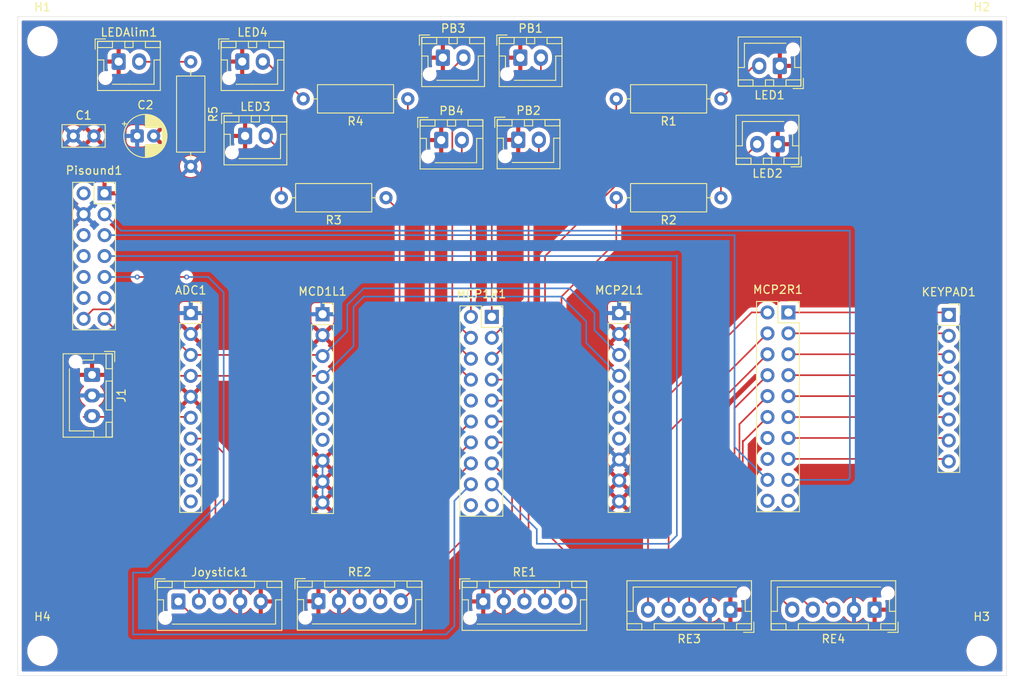
<source format=kicad_pcb>
(kicad_pcb (version 20241229) (generator "pcbnew") (generator_version "9.0")
  (title_block (title "Kleag's Effects Board") (date "2025-10-08") (rev "0"))
  (layers (0 "F.Cu" signal) (2 "B.Cu" signal) (13 "F.Paste" user) (15 "B.Paste" user) (5 "F.SilkS" user "F.Silkscreen") (7 "B.SilkS" user "B.Silkscreen") (1 "F.Mask" user) (3 "B.Mask" user) (25 "Edge.Cuts" user))
  (net 0 "")
  (net 1 "GND")
  (net 2 "Net-(ADC1-Pin_7)")
  (net 4 "+3.3V")
  (net 5 "Net-(ADC1-Pin_8)")
  (net 7 "/SCL")
  (net 8 "Net-(ADC1-Pin_6)")
  (net 9 "/SDA")
  (net 10 "Net-(Joystick1-Pin_1)")
  (net 11 "Net-(KEYPAD1-Pin_5)")
  (net 12 "Net-(KEYPAD1-Pin_3)")
  (net 13 "Net-(KEYPAD1-Pin_7)")
  (net 14 "Net-(KEYPAD1-Pin_6)")
  (net 15 "Net-(KEYPAD1-Pin_4)")
  (net 16 "Net-(KEYPAD1-Pin_1)")
  (net 17 "Net-(KEYPAD1-Pin_8)")
  (net 18 "Net-(KEYPAD1-Pin_2)")
  (net 19 "Net-(LED1-Pin_2)")
  (net 23 "Net-(MCP1R1-Pin_2)")
  (net 24 "Net-(MCP1R1-Pin_13)")
  (net 25 "Net-(MCP1R1-Pin_3)")
  (net 26 "Net-(MCP1R1-Pin_8)")
  (net 27 "Net-(MCP1R1-Pin_11)")
  (net 28 "Net-(MCP1R1-Pin_6)")
  (net 29 "Net-(MCP1R1-Pin_5)")
  (net 30 "Net-(MCP1R1-Pin_1)")
  (net 31 "Net-(MCP1R1-Pin_16)")
  (net 32 "Net-(MCP1R1-Pin_4)")
  (net 34 "Net-(MCP1R1-Pin_18)")
  (net 35 "Net-(MCP1R1-Pin_7)")
  (net 36 "Net-(MCP1R1-Pin_17)")
  (net 37 "Net-(MCP1R1-Pin_14)")
  (net 42 "Net-(MCP2R1-Pin_18)")
  (net 45 "Net-(MCP2R1-Pin_17)")
  (net 49 "/5V")
  (net 52 "Net-(LED2-Pin_2)")
  (net 53 "Net-(LED3-Pin_2)")
  (net 54 "Net-(LED4-Pin_2)")
  (net 55 "Net-(MCP2R1-Pin_4)")
  (net 56 "Net-(MCP2R1-Pin_10)")
  (net 57 "Net-(MCP2R1-Pin_8)")
  (net 60 "Net-(MCP2R1-Pin_12)")
  (net 61 "Net-(MCP2R1-Pin_2)")
  (net 62 "Net-(MCP2R1-Pin_6)")
  (net 63 "Net-(LEDAlim1-Pin_2)")
  (net 65 "Net-(MCP1R1-Pin_9)")
  (net 66 "Net-(MCP1R1-Pin_15)")
  (footprint "Connector_PinSocket_2.54mm:PinSocket_2x07_P2.54mm_Vertical" (layer "F.Cu") (at 52.54 53.46)
    (property "Reference" "Pisound1" (at -1.27 -2.77 0) (layer "F.SilkS"))
    (property "Value" "Conn_02x07_Odd_Even")
    (pad "1" thru_hole rect (at 0 0) (size 1.7 1.7) (drill 1) (layers "*.Cu" "*.Mask") (net 1 "GND"))
    (pad "2" thru_hole circle (at -2.54 0) (size 1.7 1.7) (drill 1) (layers "*.Cu" "*.Mask") (net 49 "/5V"))
    (pad "3" thru_hole circle (at 0 2.54) (size 1.7 1.7) (drill 1) (layers "*.Cu" "*.Mask") (net 45 "Net-(MCP2R1-Pin_17)"))
    (pad "4" thru_hole circle (at -2.54 2.54) (size 1.7 1.7) (drill 1) (layers "*.Cu" "*.Mask") (net 4 "+3.3V"))
    (pad "5" thru_hole circle (at 0 5.08) (size 1.7 1.7) (drill 1) (layers "*.Cu" "*.Mask") (net 42 "Net-(MCP2R1-Pin_18)"))
    (pad "6" thru_hole circle (at -2.54 5.08) (size 1.7 1.7) (drill 1) (layers "*.Cu" "*.Mask"))
    (pad "7" thru_hole circle (at 0 7.62) (size 1.7 1.7) (drill 1) (layers "*.Cu" "*.Mask") (net 36 "Net-(MCP1R1-Pin_17)"))
    (pad "8" thru_hole circle (at -2.54 7.62) (size 1.7 1.7) (drill 1) (layers "*.Cu" "*.Mask"))
    (pad "9" thru_hole circle (at 0 10.16) (size 1.7 1.7) (drill 1) (layers "*.Cu" "*.Mask") (net 34 "Net-(MCP1R1-Pin_18)"))
    (pad "10" thru_hole circle (at -2.54 10.16) (size 1.7 1.7) (drill 1) (layers "*.Cu" "*.Mask"))
    (pad "11" thru_hole circle (at 0 12.7) (size 1.7 1.7) (drill 1) (layers "*.Cu" "*.Mask"))
    (pad "12" thru_hole circle (at -2.54 12.7) (size 1.7 1.7) (drill 1) (layers "*.Cu" "*.Mask"))
    (pad "13" thru_hole circle (at 0 15.24) (size 1.7 1.7) (drill 1) (layers "*.Cu" "*.Mask") (net 9 "/SDA"))
    (pad "14" thru_hole circle (at -2.54 15.24) (size 1.7 1.7) (drill 1) (layers "*.Cu" "*.Mask") (net 7 "/SCL"))
  )
  (footprint "Connector_JST:JST_XH_B2B-XH-AM_1x02_P2.50mm_Vertical" (layer "F.Cu") (at 93.6 37)
    (property "Reference" "PB3" (at 1.25 -3.55 0) (layer "F.SilkS"))
    (property "Value" "Conn_01x02")
    (pad "" np_thru_hole circle (at -1.6 2) (size 1.2 1.2) (drill 1.2) (layers "*.Cu" "*.Mask"))
    (pad "1" thru_hole roundrect (at 0 0) (size 1.7 2) (drill 1) (layers "*.Cu" "*.Mask") (roundrect_rratio 0.147059) (net 1 "GND"))
    (pad "2" thru_hole oval (at 2.5 0) (size 1.7 2) (drill 1) (layers "*.Cu" "*.Mask") (net 32 "Net-(MCP1R1-Pin_4)"))
  )
  (footprint "Connector_PinSocket_2.54mm:PinSocket_2x10_P2.54mm_Vertical" (layer "F.Cu") (at 99.54 68.46)
    (property "Reference" "MCP1R1" (at -1.27 -2.77 0) (layer "F.SilkS"))
    (property "Value" "Conn_02x10_Odd_Even")
    (pad "1" thru_hole rect (at 0 0) (size 1.7 1.7) (drill 1) (layers "*.Cu" "*.Mask") (net 30 "Net-(MCP1R1-Pin_1)"))
    (pad "2" thru_hole circle (at -2.54 0) (size 1.7 1.7) (drill 1) (layers "*.Cu" "*.Mask") (net 23 "Net-(MCP1R1-Pin_2)"))
    (pad "3" thru_hole circle (at 0 2.54) (size 1.7 1.7) (drill 1) (layers "*.Cu" "*.Mask") (net 25 "Net-(MCP1R1-Pin_3)"))
    (pad "4" thru_hole circle (at -2.54 2.54) (size 1.7 1.7) (drill 1) (layers "*.Cu" "*.Mask") (net 32 "Net-(MCP1R1-Pin_4)"))
    (pad "5" thru_hole circle (at 0 5.08) (size 1.7 1.7) (drill 1) (layers "*.Cu" "*.Mask") (net 29 "Net-(MCP1R1-Pin_5)"))
    (pad "6" thru_hole circle (at -2.54 5.08) (size 1.7 1.7) (drill 1) (layers "*.Cu" "*.Mask") (net 28 "Net-(MCP1R1-Pin_6)"))
    (pad "7" thru_hole circle (at 0 7.62) (size 1.7 1.7) (drill 1) (layers "*.Cu" "*.Mask") (net 35 "Net-(MCP1R1-Pin_7)"))
    (pad "8" thru_hole circle (at -2.54 7.62) (size 1.7 1.7) (drill 1) (layers "*.Cu" "*.Mask") (net 26 "Net-(MCP1R1-Pin_8)"))
    (pad "9" thru_hole circle (at 0 10.16) (size 1.7 1.7) (drill 1) (layers "*.Cu" "*.Mask") (net 65 "Net-(MCP1R1-Pin_9)"))
    (pad "10" thru_hole circle (at -2.54 10.16) (size 1.7 1.7) (drill 1) (layers "*.Cu" "*.Mask"))
    (pad "11" thru_hole circle (at 0 12.7) (size 1.7 1.7) (drill 1) (layers "*.Cu" "*.Mask") (net 27 "Net-(MCP1R1-Pin_11)"))
    (pad "12" thru_hole circle (at -2.54 12.7) (size 1.7 1.7) (drill 1) (layers "*.Cu" "*.Mask") (net 10 "Net-(Joystick1-Pin_1)"))
    (pad "13" thru_hole circle (at 0 15.24) (size 1.7 1.7) (drill 1) (layers "*.Cu" "*.Mask") (net 24 "Net-(MCP1R1-Pin_13)"))
    (pad "14" thru_hole circle (at -2.54 15.24) (size 1.7 1.7) (drill 1) (layers "*.Cu" "*.Mask") (net 37 "Net-(MCP1R1-Pin_14)"))
    (pad "15" thru_hole circle (at 0 17.78) (size 1.7 1.7) (drill 1) (layers "*.Cu" "*.Mask") (net 66 "Net-(MCP1R1-Pin_15)"))
    (pad "16" thru_hole circle (at -2.54 17.78) (size 1.7 1.7) (drill 1) (layers "*.Cu" "*.Mask") (net 31 "Net-(MCP1R1-Pin_16)"))
    (pad "17" thru_hole circle (at 0 20.32) (size 1.7 1.7) (drill 1) (layers "*.Cu" "*.Mask") (net 36 "Net-(MCP1R1-Pin_17)"))
    (pad "18" thru_hole circle (at -2.54 20.32) (size 1.7 1.7) (drill 1) (layers "*.Cu" "*.Mask") (net 34 "Net-(MCP1R1-Pin_18)"))
    (pad "19" thru_hole circle (at 0 22.86) (size 1.7 1.7) (drill 1) (layers "*.Cu" "*.Mask"))
    (pad "20" thru_hole circle (at -2.54 22.86) (size 1.7 1.7) (drill 1) (layers "*.Cu" "*.Mask"))
  )
  (footprint "Resistor_THT:R_Axial_DIN0309_L9.0mm_D3.2mm_P12.70mm_Horizontal" (layer "F.Cu") (at 86.7 54 180)
    (property "Reference" "R3" (at 6.35 -2.72 180) (layer "F.SilkS"))
    (property "Value" "480")
    (pad "1" thru_hole circle (at 0 0 180) (size 1.6 1.6) (drill 0.8) (layers "*.Cu" "*.Mask") (net 26 "Net-(MCP1R1-Pin_8)"))
    (pad "2" thru_hole circle (at 12.7 0 180) (size 1.6 1.6) (drill 0.8) (layers "*.Cu" "*.Mask") (net 53 "Net-(LED3-Pin_2)"))
  )
  (footprint "Connector_PinSocket_2.54mm:PinSocket_1x10_P2.54mm_Vertical" (layer "F.Cu") (at 115 68)
    (property "Reference" "MCP2L1" (at 0 -2.77 0) (layer "F.SilkS"))
    (property "Value" "Conn_01x10")
    (pad "1" thru_hole rect (at 0 0) (size 1.7 1.7) (drill 1) (layers "*.Cu" "*.Mask") (net 4 "+3.3V"))
    (pad "2" thru_hole circle (at 0 2.54) (size 1.7 1.7) (drill 1) (layers "*.Cu" "*.Mask") (net 1 "GND"))
    (pad "3" thru_hole circle (at 0 5.08) (size 1.7 1.7) (drill 1) (layers "*.Cu" "*.Mask") (net 7 "/SCL"))
    (pad "4" thru_hole circle (at 0 7.62) (size 1.7 1.7) (drill 1) (layers "*.Cu" "*.Mask") (net 9 "/SDA"))
    (pad "5" thru_hole circle (at 0 10.16) (size 1.7 1.7) (drill 1) (layers "*.Cu" "*.Mask"))
    (pad "6" thru_hole circle (at 0 12.7) (size 1.7 1.7) (drill 1) (layers "*.Cu" "*.Mask"))
    (pad "7" thru_hole circle (at 0 15.24) (size 1.7 1.7) (drill 1) (layers "*.Cu" "*.Mask"))
    (pad "8" thru_hole circle (at 0 17.78) (size 1.7 1.7) (drill 1) (layers "*.Cu" "*.Mask") (net 4 "+3.3V"))
    (pad "9" thru_hole circle (at 0 20.32) (size 1.7 1.7) (drill 1) (layers "*.Cu" "*.Mask") (net 1 "GND"))
    (pad "10" thru_hole circle (at 0 22.86) (size 1.7 1.7) (drill 1) (layers "*.Cu" "*.Mask") (net 1 "GND"))
  )
  (footprint "MountingHole:MountingHole_3.2mm_M3" (layer "F.Cu") (at 45 35)
    (property "Reference" "H1" (at 0 -4.15 0) (layer "F.SilkS"))
    (property "Value" "MountingHole")
    (pad "" np_thru_hole circle (at 0 0) (size 3.2 3.2) (drill 3.2) (layers "*.Cu" "*.Mask"))
  )
  (footprint "Connector_JST:JST_XH_B5B-XH-AM_1x05_P2.50mm_Vertical" (layer "F.Cu") (at 128.5 104 180)
    (property "Reference" "RE3" (at 5 -3.55 180) (layer "F.SilkS"))
    (property "Value" "Conn_01x05")
    (pad "" np_thru_hole circle (at -1.6 2 180) (size 1.2 1.2) (drill 1.2) (layers "*.Cu" "*.Mask"))
    (pad "1" thru_hole roundrect (at 0 0 180) (size 1.7 1.95) (drill 0.95) (layers "*.Cu" "*.Mask") (roundrect_rratio 0.147059) (net 1 "GND"))
    (pad "2" thru_hole oval (at 2.5 0 180) (size 1.7 1.95) (drill 0.95) (layers "*.Cu" "*.Mask") (net 4 "+3.3V"))
    (pad "3" thru_hole oval (at 5 0 180) (size 1.7 1.95) (drill 0.95) (layers "*.Cu" "*.Mask") (net 62 "Net-(MCP2R1-Pin_6)"))
    (pad "4" thru_hole oval (at 7.5 0 180) (size 1.7 1.95) (drill 0.95) (layers "*.Cu" "*.Mask") (net 55 "Net-(MCP2R1-Pin_4)"))
    (pad "5" thru_hole oval (at 10 0 180) (size 1.7 1.95) (drill 0.95) (layers "*.Cu" "*.Mask") (net 61 "Net-(MCP2R1-Pin_2)"))
  )
  (footprint "MountingHole:MountingHole_3.2mm_M3" (layer "F.Cu") (at 45 109)
    (property "Reference" "H4" (at 0 -4.15 0) (layer "F.SilkS"))
    (property "Value" "MountingHole")
    (pad "" np_thru_hole circle (at 0 0) (size 3.2 3.2) (drill 3.2) (layers "*.Cu" "*.Mask"))
  )
  (footprint "MountingHole:MountingHole_3.2mm_M3" (layer "F.Cu") (at 159 35)
    (property "Reference" "H2" (at 0 -4.15 0) (layer "F.SilkS"))
    (property "Value" "MountingHole")
    (pad "" np_thru_hole circle (at 0 0) (size 3.2 3.2) (drill 3.2) (layers "*.Cu" "*.Mask"))
  )
  (footprint "Connector_PinSocket_2.54mm:PinSocket_1x10_P2.54mm_Vertical" (layer "F.Cu") (at 79 68.14)
    (property "Reference" "MCD1L1" (at 0 -2.77 0) (layer "F.SilkS"))
    (property "Value" "Conn_01x10")
    (pad "1" thru_hole rect (at 0 0) (size 1.7 1.7) (drill 1) (layers "*.Cu" "*.Mask") (net 4 "+3.3V"))
    (pad "2" thru_hole circle (at 0 2.54) (size 1.7 1.7) (drill 1) (layers "*.Cu" "*.Mask") (net 1 "GND"))
    (pad "3" thru_hole circle (at 0 5.08) (size 1.7 1.7) (drill 1) (layers "*.Cu" "*.Mask") (net 7 "/SCL"))
    (pad "4" thru_hole circle (at 0 7.62) (size 1.7 1.7) (drill 1) (layers "*.Cu" "*.Mask") (net 9 "/SDA"))
    (pad "5" thru_hole circle (at 0 10.16) (size 1.7 1.7) (drill 1) (layers "*.Cu" "*.Mask"))
    (pad "6" thru_hole circle (at 0 12.7) (size 1.7 1.7) (drill 1) (layers "*.Cu" "*.Mask"))
    (pad "7" thru_hole circle (at 0 15.24) (size 1.7 1.7) (drill 1) (layers "*.Cu" "*.Mask"))
    (pad "8" thru_hole circle (at 0 17.78) (size 1.7 1.7) (drill 1) (layers "*.Cu" "*.Mask") (net 1 "GND"))
    (pad "9" thru_hole circle (at 0 20.32) (size 1.7 1.7) (drill 1) (layers "*.Cu" "*.Mask") (net 1 "GND"))
    (pad "10" thru_hole circle (at 0 22.86) (size 1.7 1.7) (drill 1) (layers "*.Cu" "*.Mask") (net 1 "GND"))
  )
  (footprint "Resistor_THT:R_Axial_DIN0309_L9.0mm_D3.2mm_P12.70mm_Horizontal" (layer "F.Cu") (at 89.35 42 180)
    (property "Reference" "R4" (at 6.35 -2.72 180) (layer "F.SilkS"))
    (property "Value" "480")
    (pad "1" thru_hole circle (at 0 0 180) (size 1.6 1.6) (drill 0.8) (layers "*.Cu" "*.Mask") (net 28 "Net-(MCP1R1-Pin_6)"))
    (pad "2" thru_hole circle (at 12.7 0 180) (size 1.6 1.6) (drill 0.8) (layers "*.Cu" "*.Mask") (net 54 "Net-(LED4-Pin_2)"))
  )
  (footprint "Connector_PinSocket_2.54mm:PinSocket_1x10_P2.54mm_Vertical" (layer "F.Cu") (at 63 68)
    (property "Reference" "ADC1" (at 0 -2.77 0) (layer "F.SilkS"))
    (property "Value" "Conn_01x10")
    (pad "1" thru_hole rect (at 0 0) (size 1.7 1.7) (drill 1) (layers "*.Cu" "*.Mask") (net 4 "+3.3V"))
    (pad "2" thru_hole circle (at 0 2.54) (size 1.7 1.7) (drill 1) (layers "*.Cu" "*.Mask") (net 1 "GND"))
    (pad "3" thru_hole circle (at 0 5.08) (size 1.7 1.7) (drill 1) (layers "*.Cu" "*.Mask") (net 7 "/SCL"))
    (pad "4" thru_hole circle (at 0 7.62) (size 1.7 1.7) (drill 1) (layers "*.Cu" "*.Mask") (net 9 "/SDA"))
    (pad "5" thru_hole circle (at 0 10.16) (size 1.7 1.7) (drill 1) (layers "*.Cu" "*.Mask") (net 1 "GND"))
    (pad "6" thru_hole circle (at 0 12.7) (size 1.7 1.7) (drill 1) (layers "*.Cu" "*.Mask") (net 8 "Net-(ADC1-Pin_6)"))
    (pad "7" thru_hole circle (at 0 15.24) (size 1.7 1.7) (drill 1) (layers "*.Cu" "*.Mask") (net 2 "Net-(ADC1-Pin_7)"))
    (pad "8" thru_hole circle (at 0 17.78) (size 1.7 1.7) (drill 1) (layers "*.Cu" "*.Mask") (net 5 "Net-(ADC1-Pin_8)"))
    (pad "9" thru_hole circle (at 0 20.32) (size 1.7 1.7) (drill 1) (layers "*.Cu" "*.Mask"))
    (pad "10" thru_hole circle (at 0 22.86) (size 1.7 1.7) (drill 1) (layers "*.Cu" "*.Mask"))
  )
  (footprint "Connector_JST:JST_XH_B5B-XH-AM_1x05_P2.50mm_Vertical" (layer "F.Cu") (at 146 104 180)
    (property "Reference" "RE4" (at 5 -3.55 180) (layer "F.SilkS"))
    (property "Value" "Conn_01x05")
    (pad "" np_thru_hole circle (at -1.6 2 180) (size 1.2 1.2) (drill 1.2) (layers "*.Cu" "*.Mask"))
    (pad "1" thru_hole roundrect (at 0 0 180) (size 1.7 1.95) (drill 0.95) (layers "*.Cu" "*.Mask") (roundrect_rratio 0.147059) (net 1 "GND"))
    (pad "2" thru_hole oval (at 2.5 0 180) (size 1.7 1.95) (drill 0.95) (layers "*.Cu" "*.Mask") (net 4 "+3.3V"))
    (pad "3" thru_hole oval (at 5 0 180) (size 1.7 1.95) (drill 0.95) (layers "*.Cu" "*.Mask") (net 60 "Net-(MCP2R1-Pin_12)"))
    (pad "4" thru_hole oval (at 7.5 0 180) (size 1.7 1.95) (drill 0.95) (layers "*.Cu" "*.Mask") (net 56 "Net-(MCP2R1-Pin_10)"))
    (pad "5" thru_hole oval (at 10 0 180) (size 1.7 1.95) (drill 0.95) (layers "*.Cu" "*.Mask") (net 57 "Net-(MCP2R1-Pin_8)"))
  )
  (footprint "MountingHole:MountingHole_3.2mm_M3" (layer "F.Cu") (at 159 109)
    (property "Reference" "H3" (at 0 -4.15 0) (layer "F.SilkS"))
    (property "Value" "MountingHole")
    (pad "" np_thru_hole circle (at 0 0) (size 3.2 3.2) (drill 3.2) (layers "*.Cu" "*.Mask"))
  )
  (footprint "Connector_JST:JST_XH_B5B-XH-AM_1x05_P2.50mm_Vertical" (layer "F.Cu") (at 98.5 103)
    (property "Reference" "RE1" (at 5 -3.55 0) (layer "F.SilkS"))
    (property "Value" "Conn_01x05")
    (pad "" np_thru_hole circle (at -1.6 2) (size 1.2 1.2) (drill 1.2) (layers "*.Cu" "*.Mask"))
    (pad "1" thru_hole roundrect (at 0 0) (size 1.7 1.95) (drill 0.95) (layers "*.Cu" "*.Mask") (roundrect_rratio 0.147059) (net 1 "GND"))
    (pad "2" thru_hole oval (at 2.5 0) (size 1.7 1.95) (drill 0.95) (layers "*.Cu" "*.Mask") (net 4 "+3.3V"))
    (pad "3" thru_hole oval (at 5 0) (size 1.7 1.95) (drill 0.95) (layers "*.Cu" "*.Mask") (net 24 "Net-(MCP1R1-Pin_13)"))
    (pad "4" thru_hole oval (at 7.5 0) (size 1.7 1.95) (drill 0.95) (layers "*.Cu" "*.Mask") (net 27 "Net-(MCP1R1-Pin_11)"))
    (pad "5" thru_hole oval (at 10 0) (size 1.7 1.95) (drill 0.95) (layers "*.Cu" "*.Mask") (net 65 "Net-(MCP1R1-Pin_9)"))
  )
  (footprint "Connector_PinSocket_2.54mm:PinSocket_2x10_P2.54mm_Vertical" (layer "F.Cu") (at 135.54 67.92)
    (property "Reference" "MCP2R1" (at -1.27 -2.77 0) (layer "F.SilkS"))
    (property "Value" "Conn_02x10_Odd_Even")
    (pad "1" thru_hole rect (at 0 0) (size 1.7 1.7) (drill 1) (layers "*.Cu" "*.Mask") (net 16 "Net-(KEYPAD1-Pin_1)"))
    (pad "2" thru_hole circle (at -2.54 0) (size 1.7 1.7) (drill 1) (layers "*.Cu" "*.Mask") (net 61 "Net-(MCP2R1-Pin_2)"))
    (pad "3" thru_hole circle (at 0 2.54) (size 1.7 1.7) (drill 1) (layers "*.Cu" "*.Mask") (net 18 "Net-(KEYPAD1-Pin_2)"))
    (pad "4" thru_hole circle (at -2.54 2.54) (size 1.7 1.7) (drill 1) (layers "*.Cu" "*.Mask") (net 55 "Net-(MCP2R1-Pin_4)"))
    (pad "5" thru_hole circle (at 0 5.08) (size 1.7 1.7) (drill 1) (layers "*.Cu" "*.Mask") (net 12 "Net-(KEYPAD1-Pin_3)"))
    (pad "6" thru_hole circle (at -2.54 5.08) (size 1.7 1.7) (drill 1) (layers "*.Cu" "*.Mask") (net 62 "Net-(MCP2R1-Pin_6)"))
    (pad "7" thru_hole circle (at 0 7.62) (size 1.7 1.7) (drill 1) (layers "*.Cu" "*.Mask") (net 15 "Net-(KEYPAD1-Pin_4)"))
    (pad "8" thru_hole circle (at -2.54 7.62) (size 1.7 1.7) (drill 1) (layers "*.Cu" "*.Mask") (net 57 "Net-(MCP2R1-Pin_8)"))
    (pad "9" thru_hole circle (at 0 10.16) (size 1.7 1.7) (drill 1) (layers "*.Cu" "*.Mask") (net 11 "Net-(KEYPAD1-Pin_5)"))
    (pad "10" thru_hole circle (at -2.54 10.16) (size 1.7 1.7) (drill 1) (layers "*.Cu" "*.Mask") (net 56 "Net-(MCP2R1-Pin_10)"))
    (pad "11" thru_hole circle (at 0 12.7) (size 1.7 1.7) (drill 1) (layers "*.Cu" "*.Mask") (net 14 "Net-(KEYPAD1-Pin_6)"))
    (pad "12" thru_hole circle (at -2.54 12.7) (size 1.7 1.7) (drill 1) (layers "*.Cu" "*.Mask") (net 60 "Net-(MCP2R1-Pin_12)"))
    (pad "13" thru_hole circle (at 0 15.24) (size 1.7 1.7) (drill 1) (layers "*.Cu" "*.Mask") (net 13 "Net-(KEYPAD1-Pin_7)"))
    (pad "14" thru_hole circle (at -2.54 15.24) (size 1.7 1.7) (drill 1) (layers "*.Cu" "*.Mask"))
    (pad "15" thru_hole circle (at 0 17.78) (size 1.7 1.7) (drill 1) (layers "*.Cu" "*.Mask") (net 17 "Net-(KEYPAD1-Pin_8)"))
    (pad "16" thru_hole circle (at -2.54 17.78) (size 1.7 1.7) (drill 1) (layers "*.Cu" "*.Mask"))
    (pad "17" thru_hole circle (at 0 20.32) (size 1.7 1.7) (drill 1) (layers "*.Cu" "*.Mask") (net 45 "Net-(MCP2R1-Pin_17)"))
    (pad "18" thru_hole circle (at -2.54 20.32) (size 1.7 1.7) (drill 1) (layers "*.Cu" "*.Mask") (net 42 "Net-(MCP2R1-Pin_18)"))
    (pad "19" thru_hole circle (at 0 22.86) (size 1.7 1.7) (drill 1) (layers "*.Cu" "*.Mask"))
    (pad "20" thru_hole circle (at -2.54 22.86) (size 1.7 1.7) (drill 1) (layers "*.Cu" "*.Mask"))
  )
  (footprint "Connector_JST:JST_XH_B2B-XH-AM_1x02_P2.50mm_Vertical" (layer "F.Cu") (at 102.75 46.975)
    (property "Reference" "PB2" (at 1.25 -3.55 0) (layer "F.SilkS"))
    (property "Value" "Conn_01x02")
    (pad "" np_thru_hole circle (at -1.6 2) (size 1.2 1.2) (drill 1.2) (layers "*.Cu" "*.Mask"))
    (pad "1" thru_hole roundrect (at 0 0) (size 1.7 2) (drill 1) (layers "*.Cu" "*.Mask") (roundrect_rratio 0.147059) (net 1 "GND"))
    (pad "2" thru_hole oval (at 2.5 0) (size 1.7 2) (drill 1) (layers "*.Cu" "*.Mask") (net 25 "Net-(MCP1R1-Pin_3)"))
  )
  (footprint "Connector_JST:JST_XH_B2B-XH-AM_1x02_P2.50mm_Vertical" (layer "F.Cu") (at 69.25 37.475)
    (property "Reference" "LED4" (at 1.25 -3.55 0) (layer "F.SilkS"))
    (property "Value" "Conn_01x02")
    (pad "" np_thru_hole circle (at -1.6 2) (size 1.2 1.2) (drill 1.2) (layers "*.Cu" "*.Mask"))
    (pad "1" thru_hole roundrect (at 0 0) (size 1.7 2) (drill 1) (layers "*.Cu" "*.Mask") (roundrect_rratio 0.147059) (net 1 "GND"))
    (pad "2" thru_hole oval (at 2.5 0) (size 1.7 2) (drill 1) (layers "*.Cu" "*.Mask") (net 54 "Net-(LED4-Pin_2)"))
  )
  (footprint "Connector_JST:JST_XH_B2B-XH-AM_1x02_P2.50mm_Vertical" (layer "F.Cu") (at 69.6 46.5)
    (property "Reference" "LED3" (at 1.25 -3.55 0) (layer "F.SilkS"))
    (property "Value" "Conn_01x02")
    (pad "" np_thru_hole circle (at -1.6 2) (size 1.2 1.2) (drill 1.2) (layers "*.Cu" "*.Mask"))
    (pad "1" thru_hole roundrect (at 0 0) (size 1.7 2) (drill 1) (layers "*.Cu" "*.Mask") (roundrect_rratio 0.147059) (net 1 "GND"))
    (pad "2" thru_hole oval (at 2.5 0) (size 1.7 2) (drill 1) (layers "*.Cu" "*.Mask") (net 53 "Net-(LED3-Pin_2)"))
  )
  (footprint "Connector_JST:JST_XH_B2B-XH-AM_1x02_P2.50mm_Vertical" (layer "F.Cu") (at 103 37)
    (property "Reference" "PB1" (at 1.25 -3.55 0) (layer "F.SilkS"))
    (property "Value" "Conn_01x02")
    (pad "" np_thru_hole circle (at -1.6 2) (size 1.2 1.2) (drill 1.2) (layers "*.Cu" "*.Mask"))
    (pad "1" thru_hole roundrect (at 0 0) (size 1.7 2) (drill 1) (layers "*.Cu" "*.Mask") (roundrect_rratio 0.147059) (net 1 "GND"))
    (pad "2" thru_hole oval (at 2.5 0) (size 1.7 2) (drill 1) (layers "*.Cu" "*.Mask") (net 30 "Net-(MCP1R1-Pin_1)"))
  )
  (footprint "Resistor_THT:R_Axial_DIN0309_L9.0mm_D3.2mm_P12.70mm_Horizontal" (layer "F.Cu") (at 127.35 54 180)
    (property "Reference" "R2" (at 6.35 -2.72 180) (layer "F.SilkS"))
    (property "Value" "480")
    (pad "1" thru_hole circle (at 0 0 180) (size 1.6 1.6) (drill 0.8) (layers "*.Cu" "*.Mask") (net 52 "Net-(LED2-Pin_2)"))
    (pad "2" thru_hole circle (at 12.7 0 180) (size 1.6 1.6) (drill 0.8) (layers "*.Cu" "*.Mask") (net 35 "Net-(MCP1R1-Pin_7)"))
  )
  (footprint "Capacitor_THT:C_Disc_D5.0mm_W2.5mm_P2.50mm" (layer "F.Cu") (at 48.75 46.5)
    (property "Reference" "C1" (at 1.25 -2.5 0) (layer "F.SilkS"))
    (property "Value" "C")
    (pad "1" thru_hole circle (at 0 0) (size 1.6 1.6) (drill 0.8) (layers "*.Cu" "*.Mask") (net 4 "+3.3V"))
    (pad "2" thru_hole circle (at 2.5 0) (size 1.6 1.6) (drill 0.8) (layers "*.Cu" "*.Mask") (net 1 "GND"))
  )
  (footprint "Resistor_THT:R_Axial_DIN0309_L9.0mm_D3.2mm_P12.70mm_Horizontal" (layer "F.Cu") (at 63 37.5 -90)
    (property "Reference" "R5" (at 6.35 -2.72 270) (layer "F.SilkS"))
    (property "Value" "480")
    (pad "1" thru_hole circle (at 0 0 270) (size 1.6 1.6) (drill 0.8) (layers "*.Cu" "*.Mask") (net 63 "Net-(LEDAlim1-Pin_2)"))
    (pad "2" thru_hole circle (at 12.7 0 270) (size 1.6 1.6) (drill 0.8) (layers "*.Cu" "*.Mask") (net 4 "+3.3V"))
  )
  (footprint "Capacitor_THT:CP_Radial_D5.0mm_P2.00mm" (layer "F.Cu") (at 56.5 46.5)
    (property "Reference" "C2" (at 1 -3.75 0) (layer "F.SilkS"))
    (property "Value" "C_Polarized")
    (pad "1" thru_hole roundrect (at 0 0) (size 1.6 1.6) (drill 0.8) (layers "*.Cu" "*.Mask") (roundrect_rratio 0.15625) (net 4 "+3.3V"))
    (pad "2" thru_hole circle (at 2 0) (size 1.6 1.6) (drill 0.8) (layers "*.Cu" "*.Mask") (net 1 "GND"))
  )
  (footprint "Connector_PinSocket_2.54mm:PinSocket_1x08_P2.54mm_Vertical" (layer "F.Cu") (at 155 68.22)
    (property "Reference" "KEYPAD1" (at 0 -2.77 0) (layer "F.SilkS"))
    (property "Value" "Conn_01x08")
    (pad "1" thru_hole rect (at 0 0) (size 1.7 1.7) (drill 1) (layers "*.Cu" "*.Mask") (net 16 "Net-(KEYPAD1-Pin_1)"))
    (pad "2" thru_hole circle (at 0 2.54) (size 1.7 1.7) (drill 1) (layers "*.Cu" "*.Mask") (net 18 "Net-(KEYPAD1-Pin_2)"))
    (pad "3" thru_hole circle (at 0 5.08) (size 1.7 1.7) (drill 1) (layers "*.Cu" "*.Mask") (net 12 "Net-(KEYPAD1-Pin_3)"))
    (pad "4" thru_hole circle (at 0 7.62) (size 1.7 1.7) (drill 1) (layers "*.Cu" "*.Mask") (net 15 "Net-(KEYPAD1-Pin_4)"))
    (pad "5" thru_hole circle (at 0 10.16) (size 1.7 1.7) (drill 1) (layers "*.Cu" "*.Mask") (net 11 "Net-(KEYPAD1-Pin_5)"))
    (pad "6" thru_hole circle (at 0 12.7) (size 1.7 1.7) (drill 1) (layers "*.Cu" "*.Mask") (net 14 "Net-(KEYPAD1-Pin_6)"))
    (pad "7" thru_hole circle (at 0 15.24) (size 1.7 1.7) (drill 1) (layers "*.Cu" "*.Mask") (net 13 "Net-(KEYPAD1-Pin_7)"))
    (pad "8" thru_hole circle (at 0 17.78) (size 1.7 1.7) (drill 1) (layers "*.Cu" "*.Mask") (net 17 "Net-(KEYPAD1-Pin_8)"))
  )
  (footprint "Connector_JST:JST_XH_B3B-XH-AM_1x03_P2.50mm_Vertical" (layer "F.Cu") (at 51.025 75.5 -90)
    (property "Reference" "J1" (at 2.5 -3.55 270) (layer "F.SilkS"))
    (property "Value" "Wha1")
    (pad "" np_thru_hole circle (at -1.6 2 270) (size 1.2 1.2) (drill 1.2) (layers "*.Cu" "*.Mask"))
    (pad "1" thru_hole roundrect (at 0 0 270) (size 1.7 1.95) (drill 0.95) (layers "*.Cu" "*.Mask") (roundrect_rratio 0.147059) (net 1 "GND"))
    (pad "2" thru_hole oval (at 2.5 0 270) (size 1.7 1.95) (drill 0.95) (layers "*.Cu" "*.Mask") (net 4 "+3.3V"))
    (pad "3" thru_hole oval (at 5 0 270) (size 1.7 1.95) (drill 0.95) (layers "*.Cu" "*.Mask") (net 8 "Net-(ADC1-Pin_6)"))
  )
  (footprint "Connector_JST:JST_XH_B5B-XH-AM_1x05_P2.50mm_Vertical" (layer "F.Cu") (at 61.5 103)
    (property "Reference" "Joystick1" (at 5 -3.55 0) (layer "F.SilkS"))
    (property "Value" "Conn_01x05")
    (pad "" np_thru_hole circle (at -1.6 2) (size 1.2 1.2) (drill 1.2) (layers "*.Cu" "*.Mask"))
    (pad "1" thru_hole roundrect (at 0 0) (size 1.7 1.95) (drill 0.95) (layers "*.Cu" "*.Mask") (roundrect_rratio 0.147059) (net 10 "Net-(Joystick1-Pin_1)"))
    (pad "2" thru_hole oval (at 2.5 0) (size 1.7 1.95) (drill 0.95) (layers "*.Cu" "*.Mask") (net 5 "Net-(ADC1-Pin_8)"))
    (pad "3" thru_hole oval (at 5 0) (size 1.7 1.95) (drill 0.95) (layers "*.Cu" "*.Mask") (net 2 "Net-(ADC1-Pin_7)"))
    (pad "4" thru_hole oval (at 7.5 0) (size 1.7 1.95) (drill 0.95) (layers "*.Cu" "*.Mask") (net 4 "+3.3V"))
    (pad "5" thru_hole oval (at 10 0) (size 1.7 1.95) (drill 0.95) (layers "*.Cu" "*.Mask") (net 1 "GND"))
  )
  (footprint "Connector_JST:JST_XH_B2B-XH-AM_1x02_P2.50mm_Vertical" (layer "F.Cu") (at 134.25 47.5 180)
    (property "Reference" "LED2" (at 1.25 -3.55 180) (layer "F.SilkS"))
    (property "Value" "Conn_01x02")
    (pad "" np_thru_hole circle (at -1.6 2 180) (size 1.2 1.2) (drill 1.2) (layers "*.Cu" "*.Mask"))
    (pad "1" thru_hole roundrect (at 0 0 180) (size 1.7 2) (drill 1) (layers "*.Cu" "*.Mask") (roundrect_rratio 0.147059) (net 1 "GND"))
    (pad "2" thru_hole oval (at 2.5 0 180) (size 1.7 2) (drill 1) (layers "*.Cu" "*.Mask") (net 52 "Net-(LED2-Pin_2)"))
  )
  (footprint "Connector_JST:JST_XH_B2B-XH-AM_1x02_P2.50mm_Vertical" (layer "F.Cu") (at 93.4 47)
    (property "Reference" "PB4" (at 1.25 -3.55 0) (layer "F.SilkS"))
    (property "Value" "Conn_01x02")
    (pad "" np_thru_hole circle (at -1.6 2) (size 1.2 1.2) (drill 1.2) (layers "*.Cu" "*.Mask"))
    (pad "1" thru_hole roundrect (at 0 0) (size 1.7 2) (drill 1) (layers "*.Cu" "*.Mask") (roundrect_rratio 0.147059) (net 1 "GND"))
    (pad "2" thru_hole oval (at 2.5 0) (size 1.7 2) (drill 1) (layers "*.Cu" "*.Mask") (net 23 "Net-(MCP1R1-Pin_2)"))
  )
  (footprint "Resistor_THT:R_Axial_DIN0309_L9.0mm_D3.2mm_P12.70mm_Horizontal" (layer "F.Cu") (at 127.35 42 180)
    (property "Reference" "R1" (at 6.35 -2.72 180) (layer "F.SilkS"))
    (property "Value" "480")
    (pad "1" thru_hole circle (at 0 0 180) (size 1.6 1.6) (drill 0.8) (layers "*.Cu" "*.Mask") (net 19 "Net-(LED1-Pin_2)"))
    (pad "2" thru_hole circle (at 12.7 0 180) (size 1.6 1.6) (drill 0.8) (layers "*.Cu" "*.Mask") (net 29 "Net-(MCP1R1-Pin_5)"))
  )
  (footprint "Connector_JST:JST_XH_B2B-XH-AM_1x02_P2.50mm_Vertical" (layer "F.Cu") (at 134.5 38 180)
    (property "Reference" "LED1" (at 1.25 -3.55 180) (layer "F.SilkS"))
    (property "Value" "Conn_01x02")
    (pad "" np_thru_hole circle (at -1.6 2 180) (size 1.2 1.2) (drill 1.2) (layers "*.Cu" "*.Mask"))
    (pad "1" thru_hole roundrect (at 0 0 180) (size 1.7 2) (drill 1) (layers "*.Cu" "*.Mask") (roundrect_rratio 0.147059) (net 1 "GND"))
    (pad "2" thru_hole oval (at 2.5 0 180) (size 1.7 2) (drill 1) (layers "*.Cu" "*.Mask") (net 19 "Net-(LED1-Pin_2)"))
  )
  (footprint "Connector_JST:JST_XH_B2B-XH-AM_1x02_P2.50mm_Vertical" (layer "F.Cu") (at 54.25 37.475)
    (property "Reference" "LEDAlim1" (at 1.25 -3.55 0) (layer "F.SilkS"))
    (property "Value" "Conn_01x02")
    (pad "" np_thru_hole circle (at -1.6 2) (size 1.2 1.2) (drill 1.2) (layers "*.Cu" "*.Mask"))
    (pad "1" thru_hole roundrect (at 0 0) (size 1.7 2) (drill 1) (layers "*.Cu" "*.Mask") (roundrect_rratio 0.147059) (net 1 "GND"))
    (pad "2" thru_hole oval (at 2.5 0) (size 1.7 2) (drill 1) (layers "*.Cu" "*.Mask") (net 63 "Net-(LEDAlim1-Pin_2)"))
  )
  (footprint "Connector_JST:JST_XH_B5B-XH-AM_1x05_P2.50mm_Vertical" (layer "F.Cu") (at 78.5 102.975)
    (property "Reference" "RE2" (at 5 -3.55 0) (layer "F.SilkS"))
    (property "Value" "Conn_01x05")
    (pad "" np_thru_hole circle (at -1.6 2) (size 1.2 1.2) (drill 1.2) (layers "*.Cu" "*.Mask"))
    (pad "1" thru_hole roundrect (at 0 0) (size 1.7 1.95) (drill 0.95) (layers "*.Cu" "*.Mask") (roundrect_rratio 0.147059) (net 1 "GND"))
    (pad "2" thru_hole oval (at 2.5 0) (size 1.7 1.95) (drill 0.95) (layers "*.Cu" "*.Mask") (net 4 "+3.3V"))
    (pad "3" thru_hole oval (at 5 0) (size 1.7 1.95) (drill 0.95) (layers "*.Cu" "*.Mask") (net 37 "Net-(MCP1R1-Pin_14)"))
    (pad "4" thru_hole oval (at 7.5 0) (size 1.7 1.95) (drill 0.95) (layers "*.Cu" "*.Mask") (net 31 "Net-(MCP1R1-Pin_16)"))
    (pad "5" thru_hole oval (at 10 0) (size 1.7 1.95) (drill 0.95) (layers "*.Cu" "*.Mask") (net 66 "Net-(MCP1R1-Pin_15)"))
  )
  (gr_rect (start 42 32) (end 162 112) (stroke (width 0.05)) (fill no) (layer "Edge.Cuts"))
  (segment (start 47.16 78.16) (end 47 78) (width 0.2) (layer "F.Cu") (net 1))
  (segment (start 79 88.46) (end 79 91) (width 0.2) (layer "B.Cu") (net 1))
  (segment (start 79 85.92) (end 79 88.46) (width 0.2) (layer "B.Cu") (net 1))
  (segment (start 66.5 95.5) (end 66.5 103) (width 0.2) (layer "F.Cu") (net 2))
  (segment (start 65.24 83.24) (end 67 85) (width 0.2) (layer "F.Cu") (net 2))
  (segment (start 63 83.24) (end 65.24 83.24) (width 0.2) (layer "F.Cu") (net 2))
  (segment (start 67 95) (end 66.5 95.5) (width 0.2) (layer "F.Cu") (net 2))
  (segment (start 67 85) (end 67 95) (width 0.2) (layer "F.Cu") (net 2))
  (segment (start 66 87) (end 66 94) (width 0.2) (layer "F.Cu") (net 5))
  (segment (start 64.78 85.78) (end 66 87) (width 0.2) (layer "F.Cu") (net 5))
  (segment (start 64 96) (end 64 103) (width 0.2) (layer "F.Cu") (net 5))
  (segment (start 66 94) (end 64 96) (width 0.2) (layer "F.Cu") (net 5))
  (segment (start 63 85.78) (end 64.78 85.78) (width 0.2) (layer "F.Cu") (net 5))
  (segment (start 57.469 67.549) (end 63 73.08) (width 0.2) (layer "F.Cu") (net 7))
  (segment (start 63 73.08) (end 78.86 73.08) (width 0.2) (layer "F.Cu") (net 7))
  (segment (start 50 68.7) (end 51.151 67.549) (width 0.2) (layer "F.Cu") (net 7))
  (segment (start 51.151 67.549) (end 57.469 67.549) (width 0.2) (layer "F.Cu") (net 7))
  (segment (start 84 65) (end 109 65) (width 0.2) (layer "B.Cu") (net 7))
  (segment (start 82 67) (end 84 65) (width 0.2) (layer "B.Cu") (net 7))
  (segment (start 82 70.22) (end 82 67) (width 0.2) (layer "B.Cu") (net 7))
  (segment (start 79 73.22) (end 82 70.22) (width 0.2) (layer "B.Cu") (net 7))
  (segment (start 112 70.08) (end 115 73.08) (width 0.2) (layer "B.Cu") (net 7))
  (segment (start 109 65) (end 112 68) (width 0.2) (layer "B.Cu") (net 7))
  (segment (start 112 68) (end 112 70.08) (width 0.2) (layer "B.Cu") (net 7))
  (segment (start 50 80.6) (end 62.9 80.6) (width 0.2) (layer "F.Cu") (net 8))
  (segment (start 62.9 80.6) (end 63 80.7) (width 0.2) (layer "F.Cu") (net 8))
  (segment (start 63 75.62) (end 78.86 75.62) (width 0.2) (layer "F.Cu") (net 9))
  (segment (start 52.54 68.7) (end 59.46 75.62) (width 0.2) (layer "F.Cu") (net 9))
  (segment (start 59.46 75.62) (end 63 75.62) (width 0.2) (layer "F.Cu") (net 9))
  (segment (start 111 71.62) (end 115 75.62) (width 0.2) (layer "B.Cu") (net 9))
  (segment (start 84 66) (end 108 66) (width 0.2) (layer "B.Cu") (net 9))
  (segment (start 108 66) (end 111 69) (width 0.2) (layer "B.Cu") (net 9))
  (segment (start 111 69) (end 111 71.62) (width 0.2) (layer "B.Cu") (net 9))
  (segment (start 82.76 67.24) (end 84 66) (width 0.2) (layer "B.Cu") (net 9))
  (segment (start 79 75.76) (end 82.76 72) (width 0.2) (layer "B.Cu") (net 9))
  (segment (start 82.76 72) (end 82.76 67.24) (width 0.2) (layer "B.Cu") (net 9))
  (segment (start 75.5 102.66) (end 75.5 103.5) (width 0.2) (layer "F.Cu") (net 10))
  (segment (start 75.5 103.5) (end 73.5 105.5) (width 0.2) (layer "F.Cu") (net 10))
  (segment (start 64 105.5) (end 61.5 103) (width 0.2) (layer "F.Cu") (net 10))
  (segment (start 97 81.16) (end 75.5 102.66) (width 0.2) (layer "F.Cu") (net 10))
  (segment (start 73.5 105.5) (end 64 105.5) (width 0.2) (layer "F.Cu") (net 10))
  (segment (start 135.54 78.08) (end 154.7 78.08) (width 0.2) (layer "F.Cu") (net 11))
  (segment (start 135.54 73) (end 154.7 73) (width 0.2) (layer "F.Cu") (net 12))
  (segment (start 135.54 83.16) (end 154.7 83.16) (width 0.2) (layer "F.Cu") (net 13))
  (segment (start 135.54 80.62) (end 154.7 80.62) (width 0.2) (layer "F.Cu") (net 14))
  (segment (start 135.54 75.54) (end 154.7 75.54) (width 0.2) (layer "F.Cu") (net 15))
  (segment (start 135.54 67.92) (end 154.7 67.92) (width 0.2) (layer "F.Cu") (net 16))
  (segment (start 135.54 85.7) (end 154.7 85.7) (width 0.2) (layer "F.Cu") (net 17))
  (segment (start 135.54 70.46) (end 154.7 70.46) (width 0.2) (layer "F.Cu") (net 18))
  (segment (start 131.35 38) (end 132 38) (width 0.2) (layer "F.Cu") (net 19))
  (segment (start 127.35 42) (end 131.35 38) (width 0.2) (layer "F.Cu") (net 19))
  (segment (start 97 50) (end 95.9 48.9) (width 0.2) (layer "F.Cu") (net 23))
  (segment (start 97 50.5) (end 97 68.46) (width 0.2) (layer "F.Cu") (net 23))
  (segment (start 95.9 48.9) (end 95.9 47) (width 0.2) (layer "F.Cu") (net 23))
  (segment (start 97 50.5) (end 97 50) (width 0.2) (layer "F.Cu") (net 23))
  (segment (start 103 85) (end 101.7 83.7) (width 0.2) (layer "F.Cu") (net 24))
  (segment (start 103 96) (end 103.5 96.5) (width 0.2) (layer "F.Cu") (net 24))
  (segment (start 101.7 83.7) (end 99.54 83.7) (width 0.2) (layer "F.Cu") (net 24))
  (segment (start 103.5 96.5) (end 103.5 103) (width 0.2) (layer "F.Cu") (net 24))
  (segment (start 103 96) (end 103 85) (width 0.2) (layer "F.Cu") (net 24))
  (segment (start 105.25 51.35) (end 105.25 46.975) (width 0.2) (layer "F.Cu") (net 25))
  (segment (start 104 52.6) (end 105.25 51.35) (width 0.2) (layer "F.Cu") (net 25))
  (segment (start 99.54 71) (end 104 66.54) (width 0.2) (layer "F.Cu") (net 25))
  (segment (start 104 66.54) (end 104 52.6) (width 0.2) (layer "F.Cu") (net 25))
  (segment (start 88.35 55.65) (end 86.7 54) (width 0.2) (layer "F.Cu") (net 26))
  (segment (start 88.35 55.65) (end 88.35 67.43) (width 0.2) (layer "F.Cu") (net 26))
  (segment (start 88.35 67.43) (end 97 76.08) (width 0.2) (layer "F.Cu") (net 26))
  (segment (start 104 96) (end 106 98) (width 0.2) (layer "F.Cu") (net 27))
  (segment (start 99.54 81.16) (end 103.16 81.16) (width 0.2) (layer "F.Cu") (net 27))
  (segment (start 106 98) (end 106 103) (width 0.2) (layer "F.Cu") (net 27))
  (segment (start 103.16 81.16) (end 104 82) (width 0.2) (layer "F.Cu") (net 27))
  (segment (start 104 82) (end 104 96) (width 0.2) (layer "F.Cu") (net 27))
  (segment (start 92 68.54) (end 97 73.54) (width 0.2) (layer "F.Cu") (net 28))
  (segment (start 92 53) (end 89.35 50.35) (width 0.2) (layer "F.Cu") (net 28))
  (segment (start 89.35 50.35) (end 89.35 42) (width 0.2) (layer "F.Cu") (net 28))
  (segment (start 92 53) (end 92 68.54) (width 0.2) (layer "F.Cu") (net 28))
  (segment (start 106 61.09295) (end 106 72) (width 0.2) (layer "F.Cu") (net 29))
  (segment (start 106 72) (end 101.08 72) (width 0.2) (layer "F.Cu") (net 29))
  (segment (start 114.65 52.44295) (end 106 61.09295) (width 0.2) (layer "F.Cu") (net 29))
  (segment (start 101.08 72) (end 99.54 73.54) (width 0.2) (layer "F.Cu") (net 29))
  (segment (start 114.65 42) (end 114.65 52.44295) (width 0.2) (layer "F.Cu") (net 29))
  (segment (start 99.54 44.5) (end 105.5 38.54) (width 0.2) (layer "F.Cu") (net 30))
  (segment (start 105.8 37.3) (end 105.5 37) (width 0.2) (layer "F.Cu") (net 30))
  (segment (start 99.54 44.5) (end 99.54 68.46) (width 0.2) (layer "F.Cu") (net 30))
  (segment (start 105.5 38.54) (end 105.5 37) (width 0.2) (layer "F.Cu") (net 30))
  (segment (start 97 86.24) (end 86 97.24) (width 0.2) (layer "F.Cu") (net 31))
  (segment (start 86 97.24) (end 86 102.975) (width 0.2) (layer "F.Cu") (net 31))
  (segment (start 94.749 38.351) (end 96.1 37) (width 0.2) (layer "F.Cu") (net 32))
  (segment (start 97 71) (end 94.749 68.749) (width 0.2) (layer "F.Cu") (net 32))
  (segment (start 94.749 68.749) (end 94.749 38.351) (width 0.2) (layer "F.Cu") (net 32))
  (segment (start 96.55 37.45) (end 96.1 37) (width 0.2) (layer "F.Cu") (net 32))
  (segment (start 56.5 63.62) (end 62.5 63.62) (width 0.2) (layer "F.Cu") (net 34))
  (via (at 56.5 63.62) (size 0.6) (drill 0.3) (layers "F.Cu" "B.Cu") (net 34))
  (via (at 62.5 63.62) (size 0.6) (drill 0.3) (layers "F.Cu" "B.Cu") (net 34))
  (segment (start 65.12 63.62) (end 62.5 63.62) (width 0.2) (layer "B.Cu") (net 34))
  (segment (start 67 65.5) (end 65.12 63.62) (width 0.2) (layer "B.Cu") (net 34))
  (segment (start 94 107) (end 56 107) (width 0.2) (layer "B.Cu") (net 34))
  (segment (start 95 90.78) (end 95 106) (width 0.2) (layer "B.Cu") (net 34))
  (segment (start 56 107) (end 56 99.5) (width 0.2) (layer "B.Cu") (net 34))
  (segment (start 58 99.5) (end 67 90.5) (width 0.2) (layer "B.Cu") (net 34))
  (segment (start 95 106) (end 94 107) (width 0.2) (layer "B.Cu") (net 34))
  (segment (start 56 99.5) (end 58 99.5) (width 0.2) (layer "B.Cu") (net 34))
  (segment (start 97 88.78) (end 95 90.78) (width 0.2) (layer "B.Cu") (net 34))
  (segment (start 56.5 63.62) (end 52.54 63.62) (width 0.2) (layer "B.Cu") (net 34))
  (segment (start 67 90.5) (end 67 65.5) (width 0.2) (layer "B.Cu") (net 34))
  (segment (start 102.92 76.08) (end 99.54 76.08) (width 0.2) (layer "F.Cu") (net 35))
  (segment (start 105 76) (end 103 76) (width 0.2) (layer "F.Cu") (net 35))
  (segment (start 108 73) (end 105 76) (width 0.2) (layer "F.Cu") (net 35))
  (segment (start 108 66) (end 108 73) (width 0.2) (layer "F.Cu") (net 35))
  (segment (start 114.65 54) (end 114.65 59.35) (width 0.2) (layer "F.Cu") (net 35))
  (segment (start 103 76) (end 102.92 76.08) (width 0.2) (layer "F.Cu") (net 35))
  (segment (start 114.65 59.35) (end 108 66) (width 0.2) (layer "F.Cu") (net 35))
  (segment (start 121 96) (end 105 96) (width 0.2) (layer "B.Cu") (net 36))
  (segment (start 122 61) (end 122 95) (width 0.2) (layer "B.Cu") (net 36))
  (segment (start 52.54 61.08) (end 121.92 61.08) (width 0.2) (layer "B.Cu") (net 36))
  (segment (start 105 96) (end 105 94.24) (width 0.2) (layer "B.Cu") (net 36))
  (segment (start 122 95) (end 121 96) (width 0.2) (layer "B.Cu") (net 36))
  (segment (start 105 94.24) (end 99.54 88.78) (width 0.2) (layer "B.Cu") (net 36))
  (segment (start 121.92 61.08) (end 122 61) (width 0.2) (layer "B.Cu") (net 36))
  (segment (start 97 83.7) (end 83.5 97.2) (width 0.2) (layer "F.Cu") (net 37))
  (segment (start 83.5 97.2) (end 83.5 102.975) (width 0.2) (layer "F.Cu") (net 37))
  (segment (start 129 58.54) (end 129 84.24) (width 0.2) (layer "B.Cu") (net 42))
  (segment (start 129 84.24) (end 133 88.24) (width 0.2) (layer "B.Cu") (net 42))
  (segment (start 52.54 58.54) (end 129 58.54) (width 0.2) (layer "B.Cu") (net 42))
  (segment (start 135.54 88.24) (end 142.76 88.24) (width 0.2) (layer "B.Cu") (net 45))
  (segment (start 143 88) (end 143 58) (width 0.2) (layer "B.Cu") (net 45))
  (segment (start 54.54 58) (end 52.54 56) (width 0.2) (layer "B.Cu") (net 45))
  (segment (start 142.76 88.24) (end 143 88) (width 0.2) (layer "B.Cu") (net 45))
  (segment (start 143 58) (end 54.54 58) (width 0.2) (layer "B.Cu") (net 45))
  (segment (start 127.35 54) (end 127.35 51.9) (width 0.2) (layer "F.Cu") (net 52))
  (segment (start 127.35 51.9) (end 131.75 47.5) (width 0.2) (layer "F.Cu") (net 52))
  (segment (start 74 54) (end 74 48.4) (width 0.2) (layer "F.Cu") (net 53))
  (segment (start 74 48.4) (end 72.1 46.5) (width 0.2) (layer "F.Cu") (net 53))
  (segment (start 72.125 37.475) (end 71.75 37.475) (width 0.2) (layer "F.Cu") (net 54))
  (segment (start 76.65 42) (end 72.125 37.475) (width 0.2) (layer "F.Cu") (net 54))
  (segment (start 133 70.46) (end 121 82.46) (width 0.2) (layer "F.Cu") (net 55))
  (segment (start 121 82.46) (end 121 104) (width 0.2) (layer "F.Cu") (net 55))
  (segment (start 129.599 81.481) (end 129.599 95.099) (width 0.2) (layer "F.Cu") (net 56))
  (segment (start 133 78.08) (end 129.599 81.481) (width 0.2) (layer "F.Cu") (net 56))
  (segment (start 129.599 95.099) (end 138.5 104) (width 0.2) (layer "F.Cu") (net 56))
  (segment (start 129 79.54) (end 129 98) (width 0.2) (layer "F.Cu") (net 57))
  (segment (start 133 75.54) (end 129 79.54) (width 0.2) (layer "F.Cu") (net 57))
  (segment (start 129 98) (end 131 100) (width 0.2) (layer "F.Cu") (net 57))
  (segment (start 131 100) (end 132 100) (width 0.2) (layer "F.Cu") (net 57))
  (segment (start 132 100) (end 136 104) (width 0.2) (layer "F.Cu") (net 57))
  (segment (start 133 80.62) (end 130 83.62) (width 0.2) (layer "F.Cu") (net 60))
  (segment (start 130 84.5) (end 130 93) (width 0.2) (layer "F.Cu") (net 60))
  (segment (start 130 83.62) (end 130 84.5) (width 0.2) (layer "F.Cu") (net 60))
  (segment (start 130 84.5) (end 130 83.5) (width 0.2) (layer "F.Cu") (net 60))
  (segment (start 130 93) (end 141 104) (width 0.2) (layer "F.Cu") (net 60))
  (segment (start 131.08 67.92) (end 118.5 80.5) (width 0.2) (layer "F.Cu") (net 61))
  (segment (start 118.5 80.5) (end 118.5 104) (width 0.2) (layer "F.Cu") (net 61))
  (segment (start 133 67.92) (end 131.08 67.92) (width 0.2) (layer "F.Cu") (net 61))
  (segment (start 133 73) (end 123.5 82.5) (width 0.2) (layer "F.Cu") (net 62))
  (segment (start 123.5 82.5) (end 123.5 104) (width 0.2) (layer "F.Cu") (net 62))
  (segment (start 63 37.5) (end 56.775 37.5) (width 0.2) (layer "F.Cu") (net 63))
  (segment (start 56.775 37.5) (end 56.75 37.475) (width 0.2) (layer "F.Cu") (net 63))
  (segment (start 106 94.5) (end 108.5 97) (width 0.2) (layer "F.Cu") (net 65))
  (segment (start 108.5 97) (end 108.5 103) (width 0.2) (layer "F.Cu") (net 65))
  (segment (start 106 79) (end 106 94.5) (width 0.2) (layer "F.Cu") (net 65))
  (segment (start 104.38 78.62) (end 105 78) (width 0.2) (layer "F.Cu") (net 65))
  (segment (start 99.54 78.62) (end 104.38 78.62) (width 0.2) (layer "F.Cu") (net 65))
  (segment (start 105 78) (end 106 79) (width 0.2) (layer "F.Cu") (net 65))
  (segment (start 102 93.5) (end 102 88.7) (width 0.2) (layer "F.Cu") (net 66))
  (segment (start 88.525 102.975) (end 88.5 102.975) (width 0.2) (layer "F.Cu") (net 66))
  (segment (start 101 94.5) (end 102 93.5) (width 0.2) (layer "F.Cu") (net 66))
  (segment (start 97 94.5) (end 88.525 102.975) (width 0.2) (layer "F.Cu") (net 66))
  (segment (start 101 94.5) (end 97 94.5) (width 0.2) (layer "F.Cu") (net 66))
  (segment (start 102 88.7) (end 99.54 86.24) (width 0.2) (layer "F.Cu") (net 66))
  (zone (net 1) (net_name "GND") (layer "F.Cu") (priority 100) (connect_pads (clearance 0.5)) (min_thickness 0.25) (fill yes (thermal_gap 0.5) (thermal_bridge_width 0.5))
    (polygon (pts (xy 40.5 31) (xy 163 31) (xy 163 113) (xy 41 113)))
  )
  (zone (net 4) (net_name "+3.3V") (layer "B.Cu") (connect_pads (clearance 0.5)) (min_thickness 0.25) (fill yes (thermal_gap 0.6) (thermal_bridge_width 0.5))
    (polygon (pts (xy 163 31) (xy 162.5 113) (xy 41.5 113) (xy 41 31)))
  )
)
</source>
